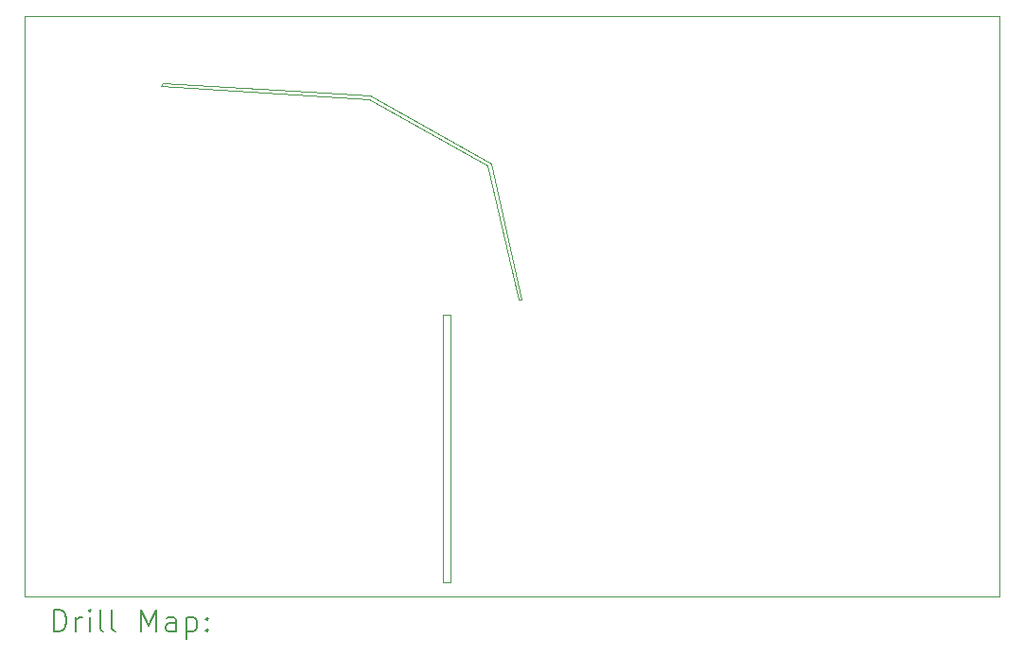
<source format=gbr>
%TF.GenerationSoftware,KiCad,Pcbnew,7.0.8*%
%TF.CreationDate,2025-02-02T00:41:23+05:30*%
%TF.ProjectId,WemosD1Mini-8266,57656d6f-7344-4314-9d69-6e692d383236,rev?*%
%TF.SameCoordinates,Original*%
%TF.FileFunction,Drillmap*%
%TF.FilePolarity,Positive*%
%FSLAX45Y45*%
G04 Gerber Fmt 4.5, Leading zero omitted, Abs format (unit mm)*
G04 Created by KiCad (PCBNEW 7.0.8) date 2025-02-02 00:41:23*
%MOMM*%
%LPD*%
G01*
G04 APERTURE LIST*
%ADD10C,0.100000*%
%ADD11C,0.200000*%
G04 APERTURE END LIST*
D10*
X4010000Y-3985000D02*
X12725000Y-3985000D01*
X12725000Y-9185000D01*
X4010000Y-9185000D01*
X4010000Y-3985000D01*
X7745000Y-6665000D02*
X7820000Y-6665000D01*
X7820000Y-9055000D01*
X7745000Y-9055000D01*
X7745000Y-6665000D01*
X6695000Y-4675000D02*
X7095000Y-4695000D01*
X8180000Y-5305000D01*
X8455000Y-6525000D01*
X8425000Y-6530000D01*
X8150000Y-5325000D01*
X7090000Y-4730000D01*
X5230000Y-4610000D01*
X5245000Y-4585000D01*
X6695000Y-4675000D01*
D11*
X4265777Y-9501484D02*
X4265777Y-9301484D01*
X4265777Y-9301484D02*
X4313396Y-9301484D01*
X4313396Y-9301484D02*
X4341967Y-9311008D01*
X4341967Y-9311008D02*
X4361015Y-9330055D01*
X4361015Y-9330055D02*
X4370539Y-9349103D01*
X4370539Y-9349103D02*
X4380063Y-9387198D01*
X4380063Y-9387198D02*
X4380063Y-9415770D01*
X4380063Y-9415770D02*
X4370539Y-9453865D01*
X4370539Y-9453865D02*
X4361015Y-9472912D01*
X4361015Y-9472912D02*
X4341967Y-9491960D01*
X4341967Y-9491960D02*
X4313396Y-9501484D01*
X4313396Y-9501484D02*
X4265777Y-9501484D01*
X4465777Y-9501484D02*
X4465777Y-9368150D01*
X4465777Y-9406246D02*
X4475301Y-9387198D01*
X4475301Y-9387198D02*
X4484824Y-9377674D01*
X4484824Y-9377674D02*
X4503872Y-9368150D01*
X4503872Y-9368150D02*
X4522920Y-9368150D01*
X4589586Y-9501484D02*
X4589586Y-9368150D01*
X4589586Y-9301484D02*
X4580063Y-9311008D01*
X4580063Y-9311008D02*
X4589586Y-9320531D01*
X4589586Y-9320531D02*
X4599110Y-9311008D01*
X4599110Y-9311008D02*
X4589586Y-9301484D01*
X4589586Y-9301484D02*
X4589586Y-9320531D01*
X4713396Y-9501484D02*
X4694348Y-9491960D01*
X4694348Y-9491960D02*
X4684824Y-9472912D01*
X4684824Y-9472912D02*
X4684824Y-9301484D01*
X4818158Y-9501484D02*
X4799110Y-9491960D01*
X4799110Y-9491960D02*
X4789586Y-9472912D01*
X4789586Y-9472912D02*
X4789586Y-9301484D01*
X5046729Y-9501484D02*
X5046729Y-9301484D01*
X5046729Y-9301484D02*
X5113396Y-9444341D01*
X5113396Y-9444341D02*
X5180063Y-9301484D01*
X5180063Y-9301484D02*
X5180063Y-9501484D01*
X5361015Y-9501484D02*
X5361015Y-9396722D01*
X5361015Y-9396722D02*
X5351491Y-9377674D01*
X5351491Y-9377674D02*
X5332444Y-9368150D01*
X5332444Y-9368150D02*
X5294348Y-9368150D01*
X5294348Y-9368150D02*
X5275301Y-9377674D01*
X5361015Y-9491960D02*
X5341967Y-9501484D01*
X5341967Y-9501484D02*
X5294348Y-9501484D01*
X5294348Y-9501484D02*
X5275301Y-9491960D01*
X5275301Y-9491960D02*
X5265777Y-9472912D01*
X5265777Y-9472912D02*
X5265777Y-9453865D01*
X5265777Y-9453865D02*
X5275301Y-9434817D01*
X5275301Y-9434817D02*
X5294348Y-9425293D01*
X5294348Y-9425293D02*
X5341967Y-9425293D01*
X5341967Y-9425293D02*
X5361015Y-9415770D01*
X5456253Y-9368150D02*
X5456253Y-9568150D01*
X5456253Y-9377674D02*
X5475301Y-9368150D01*
X5475301Y-9368150D02*
X5513396Y-9368150D01*
X5513396Y-9368150D02*
X5532444Y-9377674D01*
X5532444Y-9377674D02*
X5541967Y-9387198D01*
X5541967Y-9387198D02*
X5551491Y-9406246D01*
X5551491Y-9406246D02*
X5551491Y-9463389D01*
X5551491Y-9463389D02*
X5541967Y-9482436D01*
X5541967Y-9482436D02*
X5532444Y-9491960D01*
X5532444Y-9491960D02*
X5513396Y-9501484D01*
X5513396Y-9501484D02*
X5475301Y-9501484D01*
X5475301Y-9501484D02*
X5456253Y-9491960D01*
X5637205Y-9482436D02*
X5646729Y-9491960D01*
X5646729Y-9491960D02*
X5637205Y-9501484D01*
X5637205Y-9501484D02*
X5627682Y-9491960D01*
X5627682Y-9491960D02*
X5637205Y-9482436D01*
X5637205Y-9482436D02*
X5637205Y-9501484D01*
X5637205Y-9377674D02*
X5646729Y-9387198D01*
X5646729Y-9387198D02*
X5637205Y-9396722D01*
X5637205Y-9396722D02*
X5627682Y-9387198D01*
X5627682Y-9387198D02*
X5637205Y-9377674D01*
X5637205Y-9377674D02*
X5637205Y-9396722D01*
M02*

</source>
